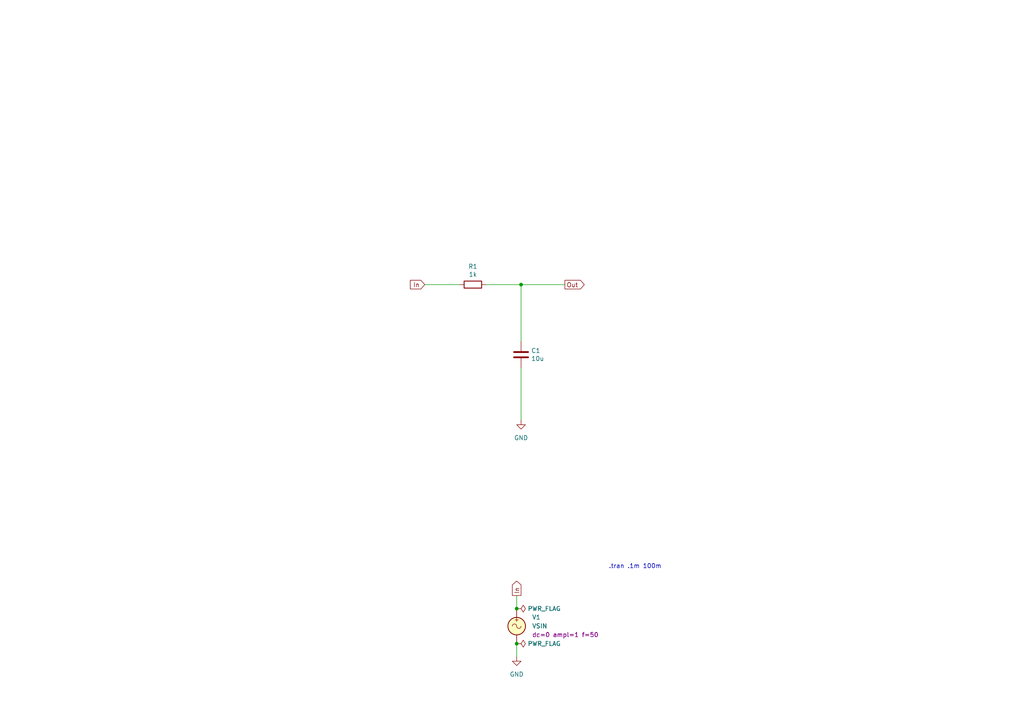
<source format=kicad_sch>
(kicad_sch (version 20230121) (generator eeschema)
  (paper "A4")
  (title_block (title "Simulation, Transientanalyze with sine") (date "2024-02-27") (rev "1") (company "GitHub/OJStuff"))
  (lib_symbols
    (symbol "Device:C" (pin_numbers hide) (pin_names (offset 0.254))
      (property "Reference" "C" (at 0.635 2.54 0))
      (property "Value" "C" (at 0.635 -2.54 0))
      (symbol "C_0_1"
        (polyline (pts (xy -2.032 -0.762) (xy 2.032 -0.762)) (stroke (width 0.508)))
        (polyline (pts (xy -2.032 0.762) (xy 2.032 0.762)) (stroke (width 0.508)))
      )
      (symbol "C_1_1"
        (pin passive line (at 0 3.81 270) (length 2.794) (name "~") (number "1"))
        (pin passive line (at 0 -3.81 90) (length 2.794) (name "~") (number "2"))
      )
    )
    (symbol "Device:R" (pin_numbers hide) (pin_names (offset 0))
      (property "Reference" "R" (at 2.032 0 90))
      (property "Value" "R" (at 0 0 90))
      (symbol "R_0_1"
        (rectangle (start -1.016 -2.54) (end 1.016 2.54) (stroke (width 0.254)))
      )
      (symbol "R_1_1"
        (pin passive line (at 0 3.81 270) (length 1.27) (name "~") (number "1"))
        (pin passive line (at 0 -3.81 90) (length 1.27) (name "~") (number "2"))
      )
    )
    (symbol "Simulation_SPICE:VSIN" (pin_numbers hide) (pin_names (offset 0.0254))
      (property "Reference" "V" (at 2.54 2.54 0))
      (property "Value" "VSIN" (at 2.54 0 0))
      (property "Sim.Params" "dc=0 ampl=1 f=1k ac=1" (at 2.54 -2.54 0))
      (symbol "VSIN_0_0"
        (arc (start 0 0) (mid -0.635 0.6323) (end -1.27 0))
        (arc (start 0 0) (mid 0.635 -0.6323) (end 1.27 0))
        (text "+" (at 0 1.905 0) (effects (font (size 1.27 1.27))))
      )
      (symbol "VSIN_0_1"
        (circle (center 0 0) (radius 2.54) (stroke (width 0.254)) (fill (type background)))
      )
      (symbol "VSIN_1_1"
        (pin passive line (at 0 5.08 270) (length 2.54) (name "~") (number "1"))
        (pin passive line (at 0 -5.08 90) (length 2.54) (name "~") (number "2"))
      )
    )
    (symbol "power:GND" (power) (pin_names (offset 0))
      (property "Value" "GND" (at 0 -3.81 0))
      (symbol "GND_0_1"
        (polyline (pts (xy 0 0) (xy 0 -1.27) (xy 1.27 -1.27) (xy 0 -2.54) (xy -1.27 -1.27) (xy 0 -1.27)))
      )
      (symbol "GND_1_1"
        (pin power_in line (at 0 0 270) (length 0) hide (name "GND") (number "1"))
      )
    )
    (symbol "power:PWR_FLAG" (power) (pin_numbers hide) (pin_names (offset 0) hide)
      (property "Value" "PWR_FLAG" (at 0 3.81 0))
      (symbol "PWR_FLAG_0_0"
        (pin power_out line (at 0 0 90) (length 0) (name "pwr") (number "1"))
      )
      (symbol "PWR_FLAG_0_1"
        (polyline (pts (xy 0 0) (xy 0 1.27) (xy -1.016 1.905) (xy 0 2.54) (xy 1.016 1.905) (xy 0 1.27)))
      )
    )
  )
  (junction (at 149.86 176.53))
  (junction (at 151.13 82.55))
  (junction (at 149.86 186.69))
  (wire (pts (xy 151.13 82.55) (xy 163.83 82.55)))
  (wire (pts (xy 123.19 82.55) (xy 133.35 82.55)))
  (wire (pts (xy 149.86 186.69) (xy 149.86 190.5)))
  (wire (pts (xy 151.13 82.55) (xy 151.13 99.06)))
  (wire (pts (xy 149.86 172.72) (xy 149.86 176.53)))
  (wire (pts (xy 140.97 82.55) (xy 151.13 82.55)))
  (wire (pts (xy 151.13 106.68) (xy 151.13 121.92)))
  (text ".tran .1m 100m" (at 176.53 165.1 0) (effects (font (size 1.27 1.27)) (justify left bottom)))
  (global_label "Out" (shape output) (at 163.83 82.55 0) (property "Intersheetrefs" "${INTERSHEET_REFS}" (effects hide)))
  (global_label "In" (shape input) (at 123.19 82.55 180) (property "Intersheetrefs" "${INTERSHEET_REFS}" (effects hide)))
  (global_label "In" (shape output) (at 149.86 172.72 90) (property "Intersheetrefs" "${INTERSHEET_REFS}" (effects hide)))
  (symbol (lib_id "power:GND") (at 151.13 121.92 0) (unit 1)
    (property "Reference" "#PWR01" (effects hide))
    (property "Value" "GND" (at 151.13 127 0))
  )
  (symbol (lib_id "Simulation_SPICE:VSIN") (at 149.86 181.61 0) (unit 1)
    (property "Reference" "V1" (at 154.305 179.0342 0) (effects (justify left)))
    (property "Value" "VSIN" (at 154.305 181.5742 0) (effects (justify left)))
    (property "Sim.Pins" "1=+ 2=-" (effects hide))
    (property "Sim.Params" "dc=0 ampl=1 f=50" (at 154.305 184.1142 0) (effects (justify left)))
    (property "Sim.Type" "SIN" (effects hide))
    (property "Sim.Device" "V" (effects hide))
  )
  (symbol (lib_id "power:GND") (at 149.86 190.5 0) (unit 1)
    (property "Reference" "#PWR02" (effects hide))
    (property "Value" "GND" (at 149.86 195.58 0))
  )
  (symbol (lib_id "power:PWR_FLAG") (at 149.86 186.69 270) (unit 1)
    (property "Reference" "#FLG02" (effects hide))
    (property "Value" "PWR_FLAG" (at 153.035 186.69 90) (effects (justify left)))
  )
  (symbol (lib_id "Device:R") (at 137.16 82.55 270) (unit 1)
    (property "Reference" "R1" (at 137.16 77.2922 90))
    (property "Value" "1k" (at 137.16 79.6036 90))
  )
  (symbol (lib_id "power:PWR_FLAG") (at 149.86 176.53 270) (unit 1)
    (property "Reference" "#FLG01" (effects hide))
    (property "Value" "PWR_FLAG" (at 153.035 176.53 90) (effects (justify left)))
  )
  (symbol (lib_id "Device:C") (at 151.13 102.87 0) (unit 1)
    (property "Reference" "C1" (at 154.051 101.7016 0) (effects (justify left)))
    (property "Value" "10u" (at 154.051 104.013 0) (effects (justify left)))
  )
)
</source>
